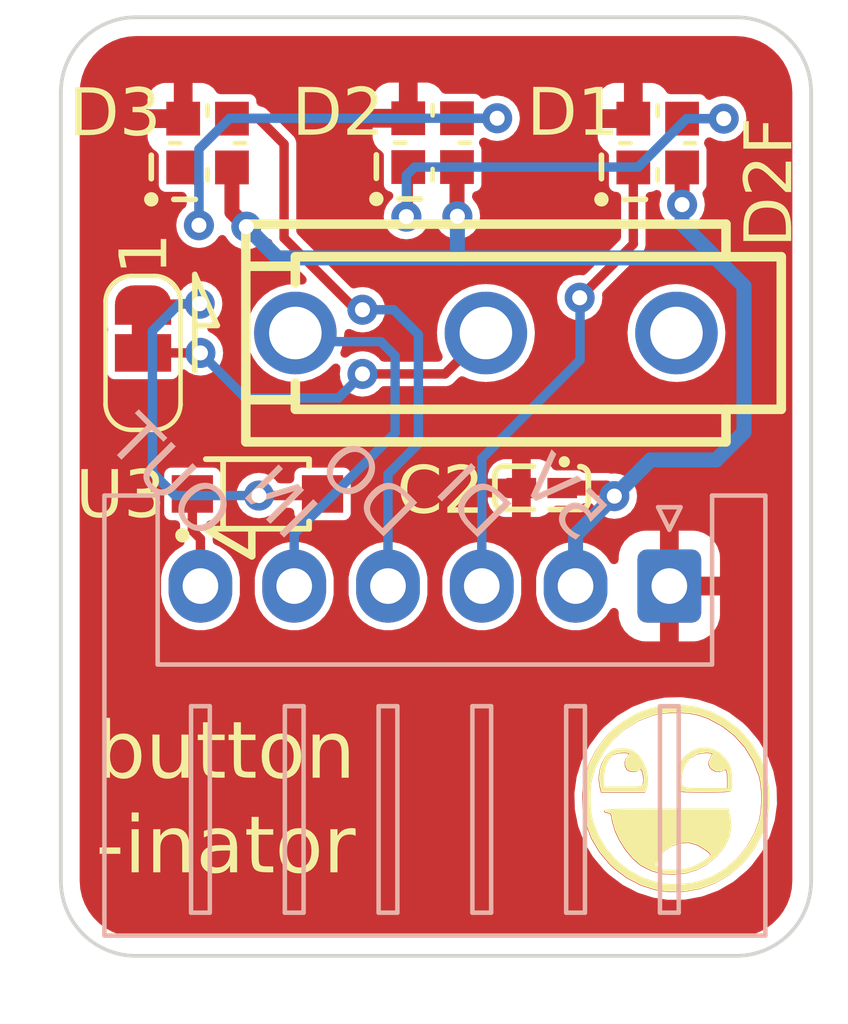
<source format=kicad_pcb>
(kicad_pcb (version 20240108) (generator "pcbnew") (generator_version "8.0")
  (layers (0 "F.Cu" signal) (31 "B.Cu" signal) (34 "B.Paste" user) (35 "F.Paste" user) (36 "B.SilkS" user "B.Silkscreen") (37 "F.SilkS" user "F.Silkscreen") (38 "B.Mask" user) (39 "F.Mask" user) (44 "Edge.Cuts" user))
  (net 0 "")
  (net 1 "VCC")
  (net 2 "GND")
  (net 3 "Net-(D1-DOUT)")
  (net 4 "LED_DO")
  (net 5 "SWITCH-IN")
  (net 6 "LED_DI")
  (net 8 "SWITCH-OUT")
  (net 9 "Net-(D2-DOUT)")
  (net 10 "Net-(JP1-C)")
  (net 11 "Net-(JP1-A)")
  (footprint "ct-kicad:SW-TH_D2F-L" (layer "F.Cu") (at 128.83 90.91)
    (property "Reference" "U1" (hide yes))
    (property "Value" "D2F-L3")
    (fp_line (start -6.4 -2.899975) (end 6.4 -2.9) (stroke (width 0.254)) (layer "F.SilkS"))
    (fp_line (start -6.4 2.899975) (end -6.4 -2.9) (stroke (width 0.254)) (layer "F.SilkS"))
    (fp_line (start -5.08001 -2.032004) (end -5.08001 -1.33114) (stroke (width 0.254)) (layer "F.SilkS"))
    (fp_line (start -5.08001 -1.778004) (end -6.350013 -1.778004) (stroke (width 0.254)) (layer "F.SilkS"))
    (fp_line (start -5.08001 1.33114) (end -5.08001 2.032004) (stroke (width 0.254)) (layer "F.SilkS"))
    (fp_line (start -5.08001 1.778004) (end -6.350013 1.778004) (stroke (width 0.254)) (layer "F.SilkS"))
    (fp_line (start -5.08001 2.032004) (end 7.874016 2.032004) (stroke (width 0.254)) (layer "F.SilkS"))
    (fp_line (start 6.4 -2.9) (end 6.4 -2.032004) (stroke (width 0.254)) (layer "F.SilkS"))
    (fp_line (start 6.4 2.899975) (end -6.4 2.9) (stroke (width 0.254)) (layer "F.SilkS"))
    (fp_line (start 6.4 2.899975) (end 6.4 2.032004) (stroke (width 0.254)) (layer "F.SilkS"))
    (fp_line (start 7.874016 -2.032004) (end -5.08001 -2.032004) (stroke (width 0.254)) (layer "F.SilkS"))
    (fp_line (start 7.874016 2.032004) (end 7.874016 -2.032004) (stroke (width 0.254)) (layer "F.SilkS"))
    (fp_circle (center -6.400051 2.890018) (end -6.370079 2.890018) (stroke (width 0.059995)) (fill none) (layer "F.SilkS"))
    (pad "1" thru_hole circle (at -5.08001 0) (size 2.2 2.2) (drill 1.4) (layers "*.Cu" "*.Mask") (net 5 "SWITCH-IN"))
    (pad "2" thru_hole circle (at 0 0) (size 2.2 2.2) (drill 1.4) (layers "*.Cu" "*.Mask") (net 10 "Net-(JP1-C)"))
    (pad "3" thru_hole circle (at 5.08001 0) (size 2.2 2.2) (drill 1.4) (layers "*.Cu" "*.Mask"))
  )
  (footprint "ct-kicad:awesome-logo" (layer "F.Cu") (at 133.89 103.31)
    (property "Reference" "LOGO2" (hide yes))
    (property "Value" "**REF" (hide yes))
    (fp_poly (pts (xy -1.172119 -1.286262) (xy -1.123842 -1.26186) (xy -0.983301 -1.139644) (xy -0.868064 -0.964072) (xy -0.786073 -0.757991) (xy -0.74527 -0.544247) (xy -0.753597 -0.345685) (xy -0.776871 -0.26377) (xy -0.818681 -0.156308) (xy -1.404296 -0.156308) (xy -1.989911 -0.156308) (xy -2.032 -0.312616) (xy -1.91477 -0.312616) (xy -1.409403 -0.312616) (xy -1.201949 -0.313376) (xy -1.059492 -0.316974) (xy -0.968881 -0.325389) (xy -0.916961 -0.340598) (xy -0.890583 -0.364578) (xy -0.878708 -0.392418) (xy -0.868546 -0.482568) (xy -0.875885 -0.602839) (xy -0.87951 -0.626879) (xy -0.909899 -0.740271) (xy -0.94901 -0.780816) (xy -0.994254 -0.745956) (xy -0.996462 -0.742462) (xy -1.056362 -0.709544) (xy -1.152956 -0.706397) (xy -1.25175 -0.730533) (xy -1.306286 -0.764792) (xy -1.355516 -0.857459) (xy -1.363826 -0.971538) (xy -1.330903 -1.069896) (xy -1.309077 -1.094154) (xy -1.259954 -1.150564) (xy -1.250462 -1.177093) (xy -1.284176 -1.202654) (xy -1.368238 -1.211492) (xy -1.477029 -1.205241) (xy -1.584931 -1.185534) (xy -1.666325 -1.154008) (xy -1.672136 -1.150187) (xy -1.789847 -1.023584) (xy -1.872266 -0.841962) (xy -1.912164 -0.623245) (xy -1.91477 -0.548634) (xy -1.91477 -0.312616) (xy -2.032 -0.312616) (xy -2.034522 -0.321981) (xy -2.060266 -0.530834) (xy -2.036133 -0.749883) (xy -1.969037 -0.958189) (xy -1.865891 -1.13481) (xy -1.73361 -1.258809) (xy -1.723124 -1.26516) (xy -1.551091 -1.325554) (xy -1.356115 -1.332526)) (fill solid) (layer "F.Cu"))
    (fp_poly (pts (xy 0.989189 -1.3126) (xy 1.172061 -1.212609) (xy 1.334333 -1.049736) (xy 1.428906 -0.89877) (xy 1.463661 -0.792686) (xy 1.487705 -0.646083) (xy 1.499525 -0.485448) (xy 1.497608 -0.337271) (xy 1.480442 -0.228038) (xy 1.468761 -0.200849) (xy 1.422835 -0.182316) (xy 1.309147 -0.168887) (xy 1.124621 -0.160366) (xy 0.866181 -0.156562) (xy 0.762 -0.156308) (xy 0.477982 -0.158569) (xy 0.268914 -0.165479) (xy 0.131721 -0.177234) (xy 0.063324 -0.194028) (xy 0.055238 -0.200849) (xy 0.040885 -0.260789) (xy 0.03044 -0.373577) (xy 0.026942 -0.484865) (xy 0.154853 -0.484865) (xy 0.156156 -0.395985) (xy 0.179254 -0.336291) (xy 0.234787 -0.299988) (xy 0.333395 -0.281284) (xy 0.485717 -0.274385) (xy 0.702394 -0.273499) (xy 0.780312 -0.273539) (xy 1.367692 -0.273539) (xy 1.367692 -0.501488) (xy 1.362353 -0.65648) (xy 1.344209 -0.741411) (xy 1.310066 -0.763782) (xy 1.266378 -0.739457) (xy 1.169724 -0.704079) (xy 1.052506 -0.717898) (xy 0.947566 -0.773052) (xy 0.901827 -0.826747) (xy 0.865476 -0.912427) (xy 0.875182 -0.98813) (xy 0.899354 -1.04167) (xy 0.94257 -1.128359) (xy 0.969036 -1.181831) (xy 0.969156 -1.182077) (xy 0.942695 -1.198775) (xy 0.859384 -1.209389) (xy 0.790573 -1.211385) (xy 0.574368 -1.176314) (xy 0.394938 -1.076653) (xy 0.260928 -0.920727) (xy 0.180986 -0.716863) (xy 0.164704 -0.608724) (xy 0.154853 -0.484865) (xy 0.026942 -0.484865) (xy 0.02635 -0.503695) (xy 0.055396 -0.759927) (xy 0.13835 -0.974265) (xy 0.264568 -1.14371) (xy 0.423404 -1.265264) (xy 0.604216 -1.335929) (xy 0.796359 -1.352707)) (fill solid) (layer "F.Cu"))
    (fp_poly (pts (xy 1.446746 0.472674) (xy 1.478057 0.757665) (xy 1.432642 1.029649) (xy 1.311009 1.287564) (xy 1.113667 1.530353) (xy 0.841124 1.756957) (xy 0.824491 1.768563) (xy 0.566913 1.905538) (xy 0.27199 1.99425) (xy -0.03832 2.03211) (xy -0.342057 2.016529) (xy -0.617265 1.944918) (xy -0.629434 1.940005) (xy -0.771326 1.875701) (xy -0.901594 1.806861) (xy -0.964012 1.767655) (xy -0.977628 1.755656) (xy -0.5165 1.755656) (xy -0.507552 1.823446) (xy -0.45598 1.868924) (xy -0.35256 1.894787) (xy -0.188068 1.903735) (xy -0.019539 1.900982) (xy 0.165536 1.888992) (xy 0.310407 1.861528) (xy 0.452768 1.80944) (xy 0.554678 1.761566) (xy 0.692219 1.688688) (xy 0.807591 1.618433) (xy 0.877144 1.56528) (xy 0.879581 1.562689) (xy 0.914144 1.514745) (xy 0.905325 1.473856) (xy 0.844214 1.417803) (xy 0.811261 1.392349) (xy 0.57836 1.249346) (xy 0.351089 1.182702) (xy 0.122874 1.191579) (xy -0.112183 1.274802) (xy -0.286278 1.389793) (xy -0.421602 1.53472) (xy -0.502499 1.690967) (xy -0.5165 1.755656) (xy -0.977628 1.755656) (xy -1.1613 1.593798) (xy -1.347009 1.369482) (xy -1.507639 1.116392) (xy -1.629689 0.856216) (xy -1.699658 0.610639) (xy -1.70461 0.578053) (xy -1.724539 0.464188) (xy -1.752923 0.408569) (xy -1.80219 0.391389) (xy -1.822112 0.390769) (xy -1.8969 0.369459) (xy -1.91477 0.332153) (xy -1.907019 0.317738) (xy -1.879329 0.305852) (xy -1.825042 0.29626) (xy -1.7375 0.288726) (xy -1.610045 0.283014) (xy -1.436019 0.27889) (xy -1.208764 0.276117) (xy -0.921623 0.27446) (xy -0.567937 0.273684) (xy -0.257898 0.273538) (xy 1.398974 0.273538)) (fill solid) (layer "F.Cu"))
    (fp_poly (pts (xy 0.537852 -2.438962) (xy 0.930912 -2.315376) (xy 1.304428 -2.124188) (xy 1.650008 -1.865398) (xy 1.760829 -1.76083) (xy 2.042857 -1.426792) (xy 2.257282 -1.061932) (xy 2.404105 -0.674643) (xy 2.483326 -0.27332) (xy 2.494945 0.133643) (xy 2.438961 0.537852) (xy 2.315375 0.930912) (xy 2.124187 1.304428) (xy 1.865397 1.650008) (xy 1.760829 1.760829) (xy 1.424736 2.04365) (xy 1.051997 2.26061) (xy 0.651212 2.409167) (xy 0.230983 2.48678) (xy -0.200092 2.490906) (xy -0.540497 2.441004) (xy -0.929452 2.31819) (xy -1.301898 2.125579) (xy -1.642866 1.871515) (xy -1.76083 1.760829) (xy -2.042858 1.426791) (xy -2.257283 1.061931) (xy -2.404106 0.674642) (xy -2.483327 0.273319) (xy -2.493915 -0.097577) (xy -2.278606 -0.097577) (xy -2.274567 0.188404) (xy -2.245304 0.453517) (xy -2.211012 0.605692) (xy -2.057055 0.998209) (xy -1.840748 1.351175) (xy -1.569461 1.658055) (xy -1.250559 1.912316) (xy -0.891412 2.107423) (xy -0.499386 2.236842) (xy -0.33598 2.268603) (xy -0.102895 2.286296) (xy 0.1663 2.277424) (xy 0.435172 2.244488) (xy 0.62523 2.202585) (xy 1.001069 2.057452) (xy 1.345058 1.846089) (xy 1.648994 1.576757) (xy 1.904673 1.257716) (xy 2.103894 0.897227) (xy 2.211011 0.605692) (xy 2.25742 0.372813) (xy 2.278605 0.097576) (xy 2.274566 -0.188405) (xy 2.245303 -0.453518) (xy 2.211011 -0.605693) (xy 2.055451 -1.001304) (xy 1.835706 -1.357418) (xy 1.558575 -1.667234) (xy 1.23086 -1.923952) (xy 0.859359 -2.120772) (xy 0.605692 -2.211012) (xy 0.372813 -2.257421) (xy 0.097576 -2.278606) (xy -0.188405 -2.274567) (xy -0.453518 -2.245304) (xy -0.605693 -2.211012) (xy -1.001304 -2.055452) (xy -1.357418 -1.835707) (xy -1.667234 -1.558576) (xy -1.923952 -1.230861) (xy -2.120772 -0.85936) (xy -2.211012 -0.605693) (xy -2.257421 -0.372814) (xy -2.278606 -0.097577) (xy -2.493915 -0.097577) (xy -2.494945 -0.133644) (xy -2.438962 -0.537853) (xy -2.315376 -0.930912) (xy -2.124188 -1.304429) (xy -1.865398 -1.650009) (xy -1.76083 -1.76083) (xy -1.426792 -2.042858) (xy -1.061932 -2.257283) (xy -0.674643 -2.404106) (xy -0.27332 -2.483327) (xy 0.133643 -2.494945)) (fill solid) (layer "F.Cu"))
  )
  (footprint "ct-kicad:awesome-logo" (layer "F.Cu") (at 133.9 103.3)
    (property "Reference" "LOGO1" (hide yes))
    (property "Value" "**REF" (hide yes))
    (fp_poly (pts (xy -1.172119 -1.286262) (xy -1.123842 -1.26186) (xy -0.983301 -1.139644) (xy -0.868064 -0.964072) (xy -0.786073 -0.757991) (xy -0.74527 -0.544247) (xy -0.753597 -0.345685) (xy -0.776871 -0.26377) (xy -0.818681 -0.156308) (xy -1.404296 -0.156308) (xy -1.989911 -0.156308) (xy -2.032 -0.312616) (xy -1.91477 -0.312616) (xy -1.409403 -0.312616) (xy -1.201949 -0.313376) (xy -1.059492 -0.316974) (xy -0.968881 -0.325389) (xy -0.916961 -0.340598) (xy -0.890583 -0.364578) (xy -0.878708 -0.392418) (xy -0.868546 -0.482568) (xy -0.875885 -0.602839) (xy -0.87951 -0.626879) (xy -0.909899 -0.740271) (xy -0.94901 -0.780816) (xy -0.994254 -0.745956) (xy -0.996462 -0.742462) (xy -1.056362 -0.709544) (xy -1.152956 -0.706397) (xy -1.25175 -0.730533) (xy -1.306286 -0.764792) (xy -1.355516 -0.857459) (xy -1.363826 -0.971538) (xy -1.330903 -1.069896) (xy -1.309077 -1.094154) (xy -1.259954 -1.150564) (xy -1.250462 -1.177093) (xy -1.284176 -1.202654) (xy -1.368238 -1.211492) (xy -1.477029 -1.205241) (xy -1.584931 -1.185534) (xy -1.666325 -1.154008) (xy -1.672136 -1.150187) (xy -1.789847 -1.023584) (xy -1.872266 -0.841962) (xy -1.912164 -0.623245) (xy -1.91477 -0.548634) (xy -1.91477 -0.312616) (xy -2.032 -0.312616) (xy -2.034522 -0.321981) (xy -2.060266 -0.530834) (xy -2.036133 -0.749883) (xy -1.969037 -0.958189) (xy -1.865891 -1.13481) (xy -1.73361 -1.258809) (xy -1.723124 -1.26516) (xy -1.551091 -1.325554) (xy -1.356115 -1.332526)) (fill solid) (layer "F.SilkS"))
    (fp_poly (pts (xy 0.989189 -1.3126) (xy 1.172061 -1.212609) (xy 1.334333 -1.049736) (xy 1.428906 -0.89877) (xy 1.463661 -0.792686) (xy 1.487705 -0.646083) (xy 1.499525 -0.485448) (xy 1.497608 -0.337271) (xy 1.480442 -0.228038) (xy 1.468761 -0.200849) (xy 1.422835 -0.182316) (xy 1.309147 -0.168887) (xy 1.124621 -0.160366) (xy 0.866181 -0.156562) (xy 0.762 -0.156308) (xy 0.477982 -0.158569) (xy 0.268914 -0.165479) (xy 0.131721 -0.177234) (xy 0.063324 -0.194028) (xy 0.055238 -0.200849) (xy 0.040885 -0.260789) (xy 0.03044 -0.373577) (xy 0.026942 -0.484865) (xy 0.154853 -0.484865) (xy 0.156156 -0.395985) (xy 0.179254 -0.336291) (xy 0.234787 -0.299988) (xy 0.333395 -0.281284) (xy 0.485717 -0.274385) (xy 0.702394 -0.273499) (xy 0.780312 -0.273539) (xy 1.367692 -0.273539) (xy 1.367692 -0.501488) (xy 1.362353 -0.65648) (xy 1.344209 -0.741411) (xy 1.310066 -0.763782) (xy 1.266378 -0.739457) (xy 1.169724 -0.704079) (xy 1.052506 -0.717898) (xy 0.947566 -0.773052) (xy 0.901827 -0.826747) (xy 0.865476 -0.912427) (xy 0.875182 -0.98813) (xy 0.899354 -1.04167) (xy 0.94257 -1.128359) (xy 0.969036 -1.181831) (xy 0.969156 -1.182077) (xy 0.942695 -1.198775) (xy 0.859384 -1.209389) (xy 0.790573 -1.211385) (xy 0.574368 -1.176314) (xy 0.394938 -1.076653) (xy 0.260928 -0.920727) (xy 0.180986 -0.716863) (xy 0.164704 -0.608724) (xy 0.154853 -0.484865) (xy 0.026942 -0.484865) (xy 0.02635 -0.503695) (xy 0.055396 -0.759927) (xy 0.13835 -0.974265) (xy 0.264568 -1.14371) (xy 0.423404 -1.265264) (xy 0.604216 -1.335929) (xy 0.796359 -1.352707)) (fill solid) (layer "F.SilkS"))
    (fp_poly (pts (xy 1.446746 0.472674) (xy 1.478057 0.757665) (xy 1.432642 1.029649) (xy 1.311009 1.287564) (xy 1.113667 1.530353) (xy 0.841124 1.756957) (xy 0.824491 1.768563) (xy 0.566913 1.905538) (xy 0.27199 1.99425) (xy -0.03832 2.03211) (xy -0.342057 2.016529) (xy -0.617265 1.944918) (xy -0.629434 1.940005) (xy -0.771326 1.875701) (xy -0.901594 1.806861) (xy -0.964012 1.767655) (xy -0.977628 1.755656) (xy -0.5165 1.755656) (xy -0.507552 1.823446) (xy -0.45598 1.868924) (xy -0.35256 1.894787) (xy -0.188068 1.903735) (xy -0.019539 1.900982) (xy 0.165536 1.888992) (xy 0.310407 1.861528) (xy 0.452768 1.80944) (xy 0.554678 1.761566) (xy 0.692219 1.688688) (xy 0.807591 1.618433) (xy 0.877144 1.56528) (xy 0.879581 1.562689) (xy 0.914144 1.514745) (xy 0.905325 1.473856) (xy 0.844214 1.417803) (xy 0.811261 1.392349) (xy 0.57836 1.249346) (xy 0.351089 1.182702) (xy 0.122874 1.191579) (xy -0.112183 1.274802) (xy -0.286278 1.389793) (xy -0.421602 1.53472) (xy -0.502499 1.690967) (xy -0.5165 1.755656) (xy -0.977628 1.755656) (xy -1.1613 1.593798) (xy -1.347009 1.369482) (xy -1.507639 1.116392) (xy -1.629689 0.856216) (xy -1.699658 0.610639) (xy -1.70461 0.578053) (xy -1.724539 0.464188) (xy -1.752923 0.408569) (xy -1.80219 0.391389) (xy -1.822112 0.390769) (xy -1.8969 0.369459) (xy -1.91477 0.332153) (xy -1.907019 0.317738) (xy -1.879329 0.305852) (xy -1.825042 0.29626) (xy -1.7375 0.288726) (xy -1.610045 0.283014) (xy -1.436019 0.27889) (xy -1.208764 0.276117) (xy -0.921623 0.27446) (xy -0.567937 0.273684) (xy -0.257898 0.273538) (xy 1.398974 0.273538)) (fill solid) (layer "F.SilkS"))
    (fp_poly (pts (xy 0.537852 -2.438962) (xy 0.930912 -2.315376) (xy 1.304428 -2.124188) (xy 1.650008 -1.865398) (xy 1.760829 -1.76083) (xy 2.042857 -1.426792) (xy 2.257282 -1.061932) (xy 2.404105 -0.674643) (xy 2.483326 -0.27332) (xy 2.494945 0.133643) (xy 2.438961 0.537852) (xy 2.315375 0.930912) (xy 2.124187 1.304428) (xy 1.865397 1.650008) (xy 1.760829 1.760829) (xy 1.424736 2.04365) (xy 1.051997 2.26061) (xy 0.651212 2.409167) (xy 0.230983 2.48678) (xy -0.200092 2.490906) (xy -0.540497 2.441004) (xy -0.929452 2.31819) (xy -1.301898 2.125579) (xy -1.642866 1.871515) (xy -1.76083 1.760829) (xy -2.042858 1.426791) (xy -2.257283 1.061931) (xy -2.404106 0.674642) (xy -2.483327 0.273319) (xy -2.493915 -0.097577) (xy -2.278606 -0.097577) (xy -2.274567 0.188404) (xy -2.245304 0.453517) (xy -2.211012 0.605692) (xy -2.057055 0.998209) (xy -1.840748 1.351175) (xy -1.569461 1.658055) (xy -1.250559 1.912316) (xy -0.891412 2.107423) (xy -0.499386 2.236842) (xy -0.33598 2.268603) (xy -0.102895 2.286296) (xy 0.1663 2.277424) (xy 0.435172 2.244488) (xy 0.62523 2.202585) (xy 1.001069 2.057452) (xy 1.345058 1.846089) (xy 1.648994 1.576757) (xy 1.904673 1.257716) (xy 2.103894 0.897227) (xy 2.211011 0.605692) (xy 2.25742 0.372813) (xy 2.278605 0.097576) (xy 2.274566 -0.188405) (xy 2.245303 -0.453518) (xy 2.211011 -0.605693) (xy 2.055451 -1.001304) (xy 1.835706 -1.357418) (xy 1.558575 -1.667234) (xy 1.23086 -1.923952) (xy 0.859359 -2.120772) (xy 0.605692 -2.211012) (xy 0.372813 -2.257421) (xy 0.097576 -2.278606) (xy -0.188405 -2.274567) (xy -0.453518 -2.245304) (xy -0.605693 -2.211012) (xy -1.001304 -2.055452) (xy -1.357418 -1.835707) (xy -1.667234 -1.558576) (xy -1.923952 -1.230861) (xy -2.120772 -0.85936) (xy -2.211012 -0.605693) (xy -2.257421 -0.372814) (xy -2.278606 -0.097577) (xy -2.493915 -0.097577) (xy -2.494945 -0.133644) (xy -2.438962 -0.537853) (xy -2.315376 -0.930912) (xy -2.124188 -1.304429) (xy -1.865398 -1.650009) (xy -1.76083 -1.76083) (xy -1.426792 -2.042858) (xy -1.061932 -2.257283) (xy -0.674643 -2.404106) (xy -0.27332 -2.483327) (xy 0.133643 -2.494945)) (fill solid) (layer "F.SilkS"))
  )
  (footprint "ct-kicad:C0402" (layer "F.Cu") (at 130.32 95.04 180)
    (property "Reference" "C2" (at 2.7 -0.14 180) (layer "F.SilkS") (effects (font (size 1.25 1.25))))
    (property "Value" "CL05B104KO5NNNC")
    (fp_line (start 1.250052 0.346203) (end 1.249948 -0.33) (stroke (width 0.1524)) (layer "F.SilkS"))
    (fp_line (start 1.015047 -0.57) (end 0.224953 -0.57) (stroke (width 0.1524)) (layer "F.SilkS"))
    (fp_line (start 0.224953 0.58) (end 1.015047 0.58) (stroke (width 0.1524)) (layer "F.SilkS"))
    (fp_line (start -1.010094 -0.57) (end -0.22 -0.57) (stroke (width 0.1524)) (layer "F.SilkS"))
    (fp_line (start -1.239839 0.346203) (end -1.240161 -0.346203) (stroke (width 0.1524)) (layer "F.SilkS"))
    (fp_arc (start 1.250052 0.346203) (mid 1.181589 0.511486) (end 1.016308 0.579952) (stroke (width 0.1524)) (layer "F.SilkS"))
    (fp_arc (start 1.015501 -0.566869) (mid 1.185493 -0.500663) (end 1.249948 -0.33) (stroke (width 0.1524)) (layer "F.SilkS"))
    (fp_arc (start -1.014854 0.56973) (mid -1.173854 0.504777) (end -1.239839 0.346203) (stroke (width 0.1524)) (layer "F.SilkS"))
    (fp_arc (start -1.240161 -0.346203) (mid -1.172384 -0.506673) (end -1.010095 -0.56997) (stroke (width 0.1524)) (layer "F.SilkS"))
    (fp_circle (center -0.6 0.7) (end -0.5 0.7) (stroke (width 0.1)) (fill solid) (layer "F.SilkS"))
    (pad "1" smd rect (at -0.545085 0 180) (size 0.790094 0.540005) (layers "F.Cu" "F.Paste" "F.Mask") (net 1 "VCC"))
    (pad "2" smd rect (at 0.545085 0 180) (size 0.790094 0.540005) (layers "F.Cu" "F.Paste" "F.Mask") (net 2 "GND"))
  )
  (footprint "ct-kicad:LED_dilemma_SK6805-EC15_1.5x1.5mm_P0.6mm_handsolder" (layer "F.Cu") (at 133.41 85.85)
    (property "Reference" "D1" (at -2.26 -0.74 0) (layer "F.SilkS") (effects (font (size 1.25 1.25))))
    (property "Value" "SK6805-EC15" (hide yes))
    (fp_line (start -1.5 0.95) (end -1.5 0.325) (stroke (width 0.15)) (layer "F.SilkS"))
    (fp_line (start -1 0) (end -0.725 0) (stroke (width 0.12)) (layer "F.SilkS"))
    (fp_line (start -0.325 1.5) (end -0.9 1.5) (stroke (width 0.15)) (layer "F.SilkS"))
    (fp_line (start 0 -0.725) (end 0 -1) (stroke (width 0.12)) (layer "F.SilkS"))
    (fp_line (start 0 1) (end 0 0.7) (stroke (width 0.12)) (layer "F.SilkS"))
    (fp_line (start 0.725 0) (end 1 0) (stroke (width 0.12)) (layer "F.SilkS"))
    (fp_circle (center -1.5 1.5) (end -1.358579 1.5) (stroke (width 0.1)) (fill solid) (layer "F.SilkS"))
    (pad "1" smd rect (at -0.65 0.65) (size 0.9 0.9) (layers "F.Cu" "F.Paste" "F.Mask") (net 6 "LED_DI"))
    (pad "2" smd rect (at 0.65 0.65) (size 0.9 0.9) (layers "F.Cu" "F.Paste" "F.Mask") (net 1 "VCC"))
    (pad "3" smd rect (at 0.65 -0.65) (size 0.9 0.9) (layers "F.Cu" "F.Paste" "F.Mask") (net 3 "Net-(D1-DOUT)"))
    (pad "4" smd rect (at -0.65 -0.65) (size 0.9 0.9) (layers "F.Cu" "F.Paste" "F.Mask") (net 2 "GND"))
  )
  (footprint "ct-kicad:LED_dilemma_SK6805-EC15_1.5x1.5mm_P0.6mm_handsolder" (layer "F.Cu") (at 127.41 85.84)
    (property "Reference" "D2" (at -2.52 -0.73 0) (layer "F.SilkS") (effects (font (size 1.25 1.25))))
    (property "Value" "SK6805-EC15" (hide yes))
    (fp_line (start -1.5 0.95) (end -1.5 0.325) (stroke (width 0.15)) (layer "F.SilkS"))
    (fp_line (start -1 0) (end -0.725 0) (stroke (width 0.12)) (layer "F.SilkS"))
    (fp_line (start -0.325 1.5) (end -0.9 1.5) (stroke (width 0.15)) (layer "F.SilkS"))
    (fp_line (start 0 -0.725) (end 0 -1) (stroke (width 0.12)) (layer "F.SilkS"))
    (fp_line (start 0 1) (end 0 0.7) (stroke (width 0.12)) (layer "F.SilkS"))
    (fp_line (start 0.725 0) (end 1 0) (stroke (width 0.12)) (layer "F.SilkS"))
    (fp_circle (center -1.5 1.5) (end -1.358579 1.5) (stroke (width 0.1)) (fill solid) (layer "F.SilkS"))
    (pad "1" smd rect (at -0.65 0.65) (size 0.9 0.9) (layers "F.Cu" "F.Paste" "F.Mask") (net 3 "Net-(D1-DOUT)"))
    (pad "2" smd rect (at 0.65 0.65) (size 0.9 0.9) (layers "F.Cu" "F.Paste" "F.Mask") (net 1 "VCC"))
    (pad "3" smd rect (at 0.65 -0.65) (size 0.9 0.9) (layers "F.Cu" "F.Paste" "F.Mask") (net 9 "Net-(D2-DOUT)"))
    (pad "4" smd rect (at -0.65 -0.65) (size 0.9 0.9) (layers "F.Cu" "F.Paste" "F.Mask") (net 2 "GND"))
  )
  (footprint "Jumper:SolderJumper-3_P1.3mm_Bridged12_RoundedPad1.0x1.5mm_NumberLabels" (layer "F.Cu") (at 119.69 91.44 -90)
    (property "Reference" "JP1" (hide yes))
    (property "Value" "SolderJumper_3_Open")
    (fp_poly (pts (xy -0.9 -0.3) (xy -0.4 -0.3) (xy -0.4 0.3) (xy -0.9 0.3)) (fill solid) (layer "F.Cu"))
    (fp_line (start 1.4 1) (end -1.4 1) (stroke (width 0.12)) (layer "F.SilkS"))
    (fp_line (start -2.05 0.3) (end -2.05 -0.3) (stroke (width 0.12)) (layer "F.SilkS"))
    (fp_line (start 2.05 -0.3) (end 2.05 0.3) (stroke (width 0.12)) (layer "F.SilkS"))
    (fp_line (start -1.4 -1) (end 1.4 -1) (stroke (width 0.12)) (layer "F.SilkS"))
    (fp_arc (start -1.35 1) (mid -1.844975 0.794975) (end -2.05 0.3) (stroke (width 0.12)) (layer "F.SilkS"))
    (fp_arc (start 2.05 0.3) (mid 1.844975 0.794975) (end 1.35 1) (stroke (width 0.12)) (layer "F.SilkS"))
    (fp_arc (start -2.05 -0.3) (mid -1.844975 -0.794975) (end -1.35 -1) (stroke (width 0.12)) (layer "F.SilkS"))
    (fp_arc (start 1.35 -1) (mid 1.844975 -0.794975) (end 2.05 -0.3) (stroke (width 0.12)) (layer "F.SilkS"))
    (fp_text user "1" (at -2.64 -0.1 270) (layer "F.SilkS") (effects (font (size 1.25 1.25))))
    (pad "1" smd custom (at -1.3 0 270) (size 1 0.5) (layers "F.Cu" "F.Mask") (net 11 "Net-(JP1-A)") (options (clearance outline) (anchor rect)) (primitives (gr_poly (pts (xy 0.55 0.75) (xy 0 0.75) (xy 0 -0.75) (xy 0.55 -0.75)) (width 0) (fill yes)) (gr_circle (center 0 0.25) (end 0.5 0.25) (width 0) (fill yes)) (gr_circle (center 0 -0.25) (end 0.5 -0.25) (width 0) (fill yes))))
    (pad "2" smd rect (at 0 0 270) (size 1 1.5) (layers "F.Cu" "F.Mask") (net 10 "Net-(JP1-C)"))
    (pad "3" smd custom (at 1.3 0 270) (size 1 0.5) (layers "F.Cu" "F.Mask") (net 2 "GND") (options (clearance outline) (anchor rect)) (primitives (gr_circle (center 0 0.25) (end 0.5 0.25) (width 0) (fill yes)) (gr_circle (center 0 -0.25) (end 0.5 -0.25) (width 0) (fill yes)) (gr_poly (pts (xy 0 0.75) (xy -0.55 0.75) (xy -0.55 -0.75) (xy 0 -0.75)) (width 0) (fill yes))))
  )
  (footprint "ct-kicad:SOD-123F_L2.7-W1.6-LS3.8-RD" (layer "F.Cu") (at 122.74 95.196169)
    (property "Reference" "U3" (at -3.65 0.093831 360) (layer "F.SilkS") (effects (font (size 1.25 1.25))))
    (property "Value" "1N4148W_C81598")
    (fp_line (start -1.376175 -0.926137) (end 1.376276 -0.926137) (stroke (width 0.1524)) (layer "F.SilkS"))
    (fp_line (start -1.376175 0.92634) (end 1.376276 0.92634) (stroke (width 0.1524)) (layer "F.SilkS"))
    (fp_line (start -1.35 0.95) (end -0.15 1.65) (stroke (width 0.2)) (layer "F.SilkS"))
    (fp_line (start -0.916739 -0.876124) (end -0.916739 0.876327) (stroke (width 0.1524)) (layer "F.SilkS"))
    (fp_line (start -0.15 1.65) (end -0.15 0.95) (stroke (width 0.2)) (layer "F.SilkS"))
    (fp_line (start 1.376276 -0.926137) (end 1.376276 -0.733096) (stroke (width 0.1524)) (layer "F.SilkS"))
    (fp_line (start 1.376276 0.92634) (end 1.376276 0.733299) (stroke (width 0.1524)) (layer "F.SilkS"))
    (fp_circle (center -2 1.1) (end -1.858579 1.1) (stroke (width 0.1)) (fill solid) (layer "F.SilkS"))
    (pad "1" smd rect (at -1.73495 0) (size 1.1 1) (layers "F.Cu" "F.Paste" "F.Mask") (net 8 "SWITCH-OUT"))
    (pad "2" smd rect (at 1.73495 0) (size 1.1 1) (layers "F.Cu" "F.Paste" "F.Mask") (net 11 "Net-(JP1-A)"))
  )
  (footprint "ct-kicad:LED_dilemma_SK6805-EC15_1.5x1.5mm_P0.6mm_handsolder" (layer "F.Cu") (at 121.41 85.85)
    (property "Reference" "D3" (at -2.47 -0.73 0) (layer "F.SilkS") (effects (font (size 1.25 1.25))))
    (property "Value" "SK6805-EC15" (hide yes))
    (fp_line (start -1.5 0.95) (end -1.5 0.325) (stroke (width 0.15)) (layer "F.SilkS"))
    (fp_line (start -1 0) (end -0.725 0) (stroke (width 0.12)) (layer "F.SilkS"))
    (fp_line (start -0.325 1.5) (end -0.9 1.5) (stroke (width 0.15)) (layer "F.SilkS"))
    (fp_line (start 0 -0.725) (end 0 -1) (stroke (width 0.12)) (layer "F.SilkS"))
    (fp_line (start 0 1) (end 0 0.7) (stroke (width 0.12)) (layer "F.SilkS"))
    (fp_line (start 0.725 0) (end 1 0) (stroke (width 0.12)) (layer "F.SilkS"))
    (fp_circle (center -1.5 1.5) (end -1.358579 1.5) (stroke (width 0.1)) (fill solid) (layer "F.SilkS"))
    (pad "1" smd rect (at -0.65 0.65) (size 0.9 0.9) (layers "F.Cu" "F.Paste" "F.Mask") (net 9 "Net-(D2-DOUT)"))
    (pad "2" smd rect (at 0.65 0.65) (size 0.9 0.9) (layers "F.Cu" "F.Paste" "F.Mask") (net 1 "VCC"))
    (pad "3" smd rect (at 0.65 -0.65) (size 0.9 0.9) (layers "F.Cu" "F.Paste" "F.Mask") (net 4 "LED_DO"))
    (pad "4" smd rect (at -0.65 -0.65) (size 0.9 0.9) (layers "F.Cu" "F.Paste" "F.Mask") (net 2 "GND"))
  )
  (footprint "Connector_JST:JST_XH_S6B-XH-A_1x06_P2.50mm_Horizontal" (layer "B.Cu") (at 133.72 97.65 180)
    (property "Reference" "J1" (hide yes))
    (property "Value" "Conn_01x06_Socket")
    (fp_line (start 15.06 2.41) (end 15.06 -9.31) (stroke (width 0.12)) (layer "B.SilkS"))
    (fp_line (start 15.06 -9.31) (end 6.25 -9.31) (stroke (width 0.12)) (layer "B.SilkS"))
    (fp_line (start 13.64 2.41) (end 15.06 2.41) (stroke (width 0.12)) (layer "B.SilkS"))
    (fp_line (start 13.64 -2.09) (end 13.64 2.41) (stroke (width 0.12)) (layer "B.SilkS"))
    (fp_line (start 12.75 -3.2) (end 12.75 -8.7) (stroke (width 0.12)) (layer "B.SilkS"))
    (fp_line (start 12.75 -8.7) (end 12.25 -8.7) (stroke (width 0.12)) (layer "B.SilkS"))
    (fp_line (start 12.25 -3.2) (end 12.75 -3.2) (stroke (width 0.12)) (layer "B.SilkS"))
    (fp_line (start 12.25 -8.7) (end 12.25 -3.2) (stroke (width 0.12)) (layer "B.SilkS"))
    (fp_line (start 10.25 -3.2) (end 10.25 -8.7) (stroke (width 0.12)) (layer "B.SilkS"))
    (fp_line (start 10.25 -8.7) (end 9.75 -8.7) (stroke (width 0.12)) (layer "B.SilkS"))
    (fp_line (start 9.75 -3.2) (end 10.25 -3.2) (stroke (width 0.12)) (layer "B.SilkS"))
    (fp_line (start 9.75 -8.7) (end 9.75 -3.2) (stroke (width 0.12)) (layer "B.SilkS"))
    (fp_line (start 7.75 -3.2) (end 7.75 -8.7) (stroke (width 0.12)) (layer "B.SilkS"))
    (fp_line (start 7.75 -8.7) (end 7.25 -8.7) (stroke (width 0.12)) (layer "B.SilkS"))
    (fp_line (start 7.25 -3.2) (end 7.75 -3.2) (stroke (width 0.12)) (layer "B.SilkS"))
    (fp_line (start 7.25 -8.7) (end 7.25 -3.2) (stroke (width 0.12)) (layer "B.SilkS"))
    (fp_line (start 6.25 -2.09) (end 13.64 -2.09) (stroke (width 0.12)) (layer "B.SilkS"))
    (fp_line (start 6.25 -2.09) (end -1.14 -2.09) (stroke (width 0.12)) (layer "B.SilkS"))
    (fp_line (start 5.25 -3.2) (end 5.25 -8.7) (stroke (width 0.12)) (layer "B.SilkS"))
    (fp_line (start 5.25 -8.7) (end 4.75 -8.7) (stroke (width 0.12)) (layer "B.SilkS"))
    (fp_line (start 4.75 -3.2) (end 5.25 -3.2) (stroke (width 0.12)) (layer "B.SilkS"))
    (fp_line (start 4.75 -8.7) (end 4.75 -3.2) (stroke (width 0.12)) (layer "B.SilkS"))
    (fp_line (start 2.75 -3.2) (end 2.75 -8.7) (stroke (width 0.12)) (layer "B.SilkS"))
    (fp_line (start 2.75 -8.7) (end 2.25 -8.7) (stroke (width 0.12)) (layer "B.SilkS"))
    (fp_line (start 2.25 -3.2) (end 2.75 -3.2) (stroke (width 0.12)) (layer "B.SilkS"))
    (fp_line (start 2.25 -8.7) (end 2.25 -3.2) (stroke (width 0.12)) (layer "B.SilkS"))
    (fp_line (start 0.3 2.1) (end -0.3 2.1) (stroke (width 0.12)) (layer "B.SilkS"))
    (fp_line (start 0.25 -3.2) (end 0.25 -8.7) (stroke (width 0.12)) (layer "B.SilkS"))
    (fp_line (start 0.25 -8.7) (end -0.25 -8.7) (stroke (width 0.12)) (layer "B.SilkS"))
    (fp_line (start 0 1.5) (end 0.3 2.1) (stroke (width 0.12)) (layer "B.SilkS"))
    (fp_line (start -0.25 -3.2) (end 0.25 -3.2) (stroke (width 0.12)) (layer "B.SilkS"))
    (fp_line (start -0.25 -8.7) (end -0.25 -3.2) (stroke (width 0.12)) (layer "B.SilkS"))
    (fp_line (start -0.3 2.1) (end 0 1.5) (stroke (width 0.12)) (layer "B.SilkS"))
    (fp_line (start -1.14 2.41) (end -2.56 2.41) (stroke (width 0.12)) (layer "B.SilkS"))
    (fp_line (start -1.14 -2.09) (end -1.14 2.41) (stroke (width 0.12)) (layer "B.SilkS"))
    (fp_line (start -2.56 2.41) (end -2.56 -9.31) (stroke (width 0.12)) (layer "B.SilkS"))
    (fp_line (start -2.56 -9.31) (end 6.25 -9.31) (stroke (width 0.12)) (layer "B.SilkS"))
    (pad "1" thru_hole roundrect (at 0 0 180) (size 1.7 1.95) (drill 0.95) (layers "*.Cu" "*.Mask") (roundrect_rratio 0.1470588235) (net 2 "GND"))
    (pad "2" thru_hole oval (at 2.5 0 180) (size 1.7 1.95) (drill 0.95) (layers "*.Cu" "*.Mask") (net 1 "VCC"))
    (pad "3" thru_hole oval (at 5 0 180) (size 1.7 1.95) (drill 0.95) (layers "*.Cu" "*.Mask") (net 6 "LED_DI"))
    (pad "4" thru_hole oval (at 7.5 0 180) (size 1.7 1.95) (drill 0.95) (layers "*.Cu" "*.Mask") (net 4 "LED_DO"))
    (pad "5" thru_hole oval (at 10 0 180) (size 1.7 1.95) (drill 0.95) (layers "*.Cu" "*.Mask") (net 5 "SWITCH-IN"))
    (pad "6" thru_hole oval (at 12.5 0 180) (size 1.7 1.95) (drill 0.95) (layers "*.Cu" "*.Mask") (net 8 "SWITCH-OUT"))
  )
  (gr_line (start 121.07 91.92) (end 121.07 89.35) (stroke (width 0.15)) (layer "F.SilkS"))
  (gr_line (start 121.67 90.71) (end 121.09 90.71) (stroke (width 0.15)) (layer "F.SilkS"))
  (gr_line (start 121.07 89.35) (end 121.67 90.71) (stroke (width 0.15)) (layer "F.SilkS"))
  (gr_arc (start 135.5 82.5) (mid 136.914214 83.085786) (end 137.5 84.5) (stroke (width 0.1)) (layer "Edge.Cuts"))
  (gr_arc (start 137.5 105.5) (mid 136.914214 106.914214) (end 135.5 107.5) (stroke (width 0.1)) (layer "Edge.Cuts"))
  (gr_line (start 117.5 105.5) (end 117.5 84.5) (stroke (width 0.1)) (layer "Edge.Cuts"))
  (gr_line (start 137.5 84.5) (end 137.5 105.5) (stroke (width 0.1)) (layer "Edge.Cuts"))
  (gr_line (start 135.5 107.5) (end 119.5 107.5) (stroke (width 0.1)) (layer "Edge.Cuts"))
  (gr_arc (start 117.5 84.5) (mid 118.085786 83.085786) (end 119.5 82.5) (stroke (width 0.1)) (layer "Edge.Cuts"))
  (gr_arc (start 119.5 107.5) (mid 118.085786 106.914214) (end 117.5 105.5) (stroke (width 0.1)) (layer "Edge.Cuts"))
  (gr_line (start 119.5 82.5) (end 135.5 82.5) (stroke (width 0.1)) (layer "Edge.Cuts"))
  (gr_text "OUT" (at 121.16 96.63 315) (layer "B.SilkS") (effects (font (size 1.25 1.25)) (justify left bottom mirror)))
  (gr_text "DO" (at 126.07 96.6 315) (layer "B.SilkS") (effects (font (size 1.25 1.25)) (justify left bottom mirror)))
  (gr_text "DI" (at 128.58 96.62 315) (layer "B.SilkS") (effects (font (size 1.25 1.25)) (justify left bottom mirror)))
  (gr_text "5V" (at 131.15 96.68 315) (layer "B.SilkS") (effects (font (size 1.25 1.25)) (justify left bottom mirror)))
  (gr_text "IN" (at 123.42 96.63 315) (layer "B.SilkS") (effects (font (size 1.25 1.25)) (justify left bottom mirror)))
  (gr_text "button\n-inator" (at 118.43 105.53 0) (layer "F.SilkS") (effects (font (size 1.5 1.5) (thickness 0.1875)) (justify left bottom)))
  (gr_text "D2F" (at 137.18 88.63 90) (layer "F.SilkS") (effects (font (size 1.25 1.25)) (justify left bottom)))
  (segment (start 132.04 95.04) (end 132.255 95.255) (width 0.4) (layer "F.Cu") (net 1))
  (segment (start 134.06 87.49) (end 134.06 86.5) (width 0.4) (layer "F.Cu") (net 1))
  (segment (start 128.16 86.59) (end 128.06 86.49) (width 0.4) (layer "F.Cu") (net 1))
  (segment (start 130.865085 95.04) (end 132.04 95.04) (width 0.4) (layer "F.Cu") (net 1))
  (segment (start 128.07 87.8) (end 128.06 87.79) (width 0.4) (layer "F.Cu") (net 1))
  (segment (start 122.06 87.693544) (end 122.06 86.5) (width 0.4) (layer "F.Cu") (net 1))
  (segment (start 128.06 87.79) (end 128.06 86.49) (width 0.4) (layer "F.Cu") (net 1))
  (segment (start 122.443228 88.076772) (end 122.06 87.693544) (width 0.4) (layer "F.Cu") (net 1))
  (via (at 134.06 87.49) (size 0.8) (drill 0.4) (layers "F.Cu" "B.Cu") (net 1))
  (via (at 128.07 87.8) (size 0.8) (drill 0.4) (layers "F.Cu" "B.Cu") (net 1))
  (via (at 132.255 95.255) (size 0.8) (drill 0.4) (layers "F.Cu" "B.Cu") (net 1))
  (via (at 122.443228 88.076772) (size 0.8) (drill 0.4) (layers "F.Cu" "B.Cu") (net 1))
  (segment (start 134.06 88.01) (end 135.05 89) (width 0.4) (layer "B.Cu") (net 1))
  (segment (start 131.22 96.29) (end 132.255 95.255) (width 0.4) (layer "B.Cu") (net 1))
  (segment (start 128.07 87.8) (end 128.07 88.81) (width 0.4) (layer "B.Cu") (net 1))
  (segment (start 134.06 87.49) (end 134.06 88.01) (width 0.4) (layer "B.Cu") (net 1))
  (segment (start 131.22 97.65) (end 131.22 96.29) (width 0.4) (layer "B.Cu") (net 1))
  (segment (start 135.71 93.55) (end 134.97 94.29) (width 0.4) (layer "B.Cu") (net 1))
  (segment (start 128.17 88.91) (end 128.16 88.9) (width 0.4) (layer "B.Cu") (net 1))
  (segment (start 134.96 88.91) (end 135.05 89) (width 0.4) (layer "B.Cu") (net 1))
  (segment (start 123.276456 88.91) (end 128.17 88.91) (width 0.4) (layer "B.Cu") (net 1))
  (segment (start 122.443228 88.076772) (end 123.276456 88.91) (width 0.4) (layer "B.Cu") (net 1))
  (segment (start 128.07 88.81) (end 128.16 88.9) (width 0.4) (layer "B.Cu") (net 1))
  (segment (start 128.17 88.91) (end 134.96 88.91) (width 0.4) (layer "B.Cu") (net 1))
  (segment (start 135.05 89) (end 135.71 89.66) (width 0.4) (layer "B.Cu") (net 1))
  (segment (start 134.97 94.29) (end 133.22 94.29) (width 0.4) (layer "B.Cu") (net 1))
  (segment (start 133.22 94.29) (end 132.255 95.255) (width 0.4) (layer "B.Cu") (net 1))
  (segment (start 135.71 89.66) (end 135.71 93.55) (width 0.4) (layer "B.Cu") (net 1))
  (segment (start 126.76 86.49) (end 126.76 87.76) (width 0.25) (layer "F.Cu") (net 3))
  (segment (start 126.76 87.76) (end 126.71 87.81) (width 0.25) (layer "F.Cu") (net 3))
  (segment (start 135.17 85.2) (end 134.06 85.2) (width 0.25) (layer "F.Cu") (net 3))
  (via (at 126.71 87.81) (size 0.8) (drill 0.4) (layers "F.Cu" "B.Cu") (net 3))
  (via (at 135.17 85.2) (size 0.8) (drill 0.4) (layers "F.Cu" "B.Cu") (net 3))
  (segment (start 126.93 86.49) (end 132.89 86.49) (width 0.25) (layer "B.Cu") (net 3))
  (segment (start 134.18 85.2) (end 135.17 85.2) (width 0.25) (layer "B.Cu") (net 3))
  (segment (start 126.71 87.81) (end 126.71 86.71) (width 0.25) (layer "B.Cu") (net 3))
  (segment (start 132.89 86.49) (end 134.18 85.2) (width 0.25) (layer "B.Cu") (net 3))
  (segment (start 126.71 86.71) (end 126.93 86.49) (width 0.25) (layer "B.Cu") (net 3))
  (segment (start 122.77 85.2) (end 122.06 85.2) (width 0.25) (layer "F.Cu") (net 4))
  (segment (start 125.36 90.29) (end 123.45 88.38) (width 0.25) (layer "F.Cu") (net 4))
  (segment (start 123.45 85.88) (end 122.77 85.2) (width 0.25) (layer "F.Cu") (net 4))
  (segment (start 125.54 90.29) (end 125.36 90.29) (width 0.25) (layer "F.Cu") (net 4))
  (segment (start 123.45 88.38) (end 123.45 85.88) (width 0.25) (layer "F.Cu") (net 4))
  (via (at 125.54 90.29) (size 0.8) (drill 0.4) (layers "F.Cu" "B.Cu") (net 4))
  (segment (start 126.37 90.29) (end 127.03 90.95) (width 0.25) (layer "B.Cu") (net 4))
  (segment (start 126.22 94.67) (end 126.22 97.65) (width 0.25) (layer "B.Cu") (net 4))
  (segment (start 127.03 93.86) (end 126.22 94.67) (width 0.25) (layer "B.Cu") (net 4))
  (segment (start 127.03 90.95) (end 127.03 93.86) (width 0.25) (layer "B.Cu") (net 4))
  (segment (start 125.54 90.29) (end 126.37 90.29) (width 0.25) (layer "B.Cu") (net 4))
  (segment (start 126.41 93.57) (end 126.41 91.52) (width 0.25) (layer "B.Cu") (net 5))
  (segment (start 126.41 91.52) (end 126.03 91.14) (width 0.25) (layer "B.Cu") (net 5))
  (segment (start 123.97999 91.14) (end 123.74999 90.91) (width 0.25) (layer "B.Cu") (net 5))
  (segment (start 123.72 96.26) (end 126.41 93.57) (width 0.25) (layer "B.Cu") (net 5))
  (segment (start 126.03 91.14) (end 123.97999 91.14) (width 0.25) (layer "B.Cu") (net 5))
  (segment (start 123.72 97.65) (end 123.72 96.26) (width 0.25) (layer "B.Cu") (net 5))
  (segment (start 131.33 89.97) (end 132.76 88.54) (width 0.25) (layer "F.Cu") (net 6))
  (segment (start 132.76 88.54) (end 132.76 86.5) (width 0.25) (layer "F.Cu") (net 6))
  (via (at 131.33 89.97) (size 0.8) (drill 0.4) (layers "F.Cu" "B.Cu") (net 6))
  (segment (start 131.34 91.63) (end 128.72 94.25) (width 0.25) (layer "B.Cu") (net 6))
  (segment (start 128.72 94.25) (end 128.72 97.65) (width 0.25) (layer "B.Cu") (net 6))
  (segment (start 131.34 89.98) (end 131.34 91.63) (width 0.25) (layer "B.Cu") (net 6))
  (segment (start 131.33 89.97) (end 131.34 89.98) (width 0.25) (layer "B.Cu") (net 6))
  (segment (start 121.00505 96.17505) (end 121.00505 95.196169) (width 0.25) (layer "F.Cu") (net 8))
  (segment (start 121.22 96.39) (end 121.00505 96.17505) (width 0.25) (layer "F.Cu") (net 8))
  (segment (start 121.22 97.65) (end 121.22 96.39) (width 0.25) (layer "F.Cu") (net 8))
  (segment (start 121.22 97.65) (end 120.94 97.37) (width 0.25) (layer "B.Cu") (net 8))
  (segment (start 121.18 88.04) (end 121.18 86.92) (width 0.25) (layer "F.Cu") (net 9))
  (segment (start 121.18 86.92) (end 120.76 86.5) (width 0.25) (layer "F.Cu") (net 9))
  (segment (start 129.13 85.19) (end 128.06 85.19) (width 0.25) (layer "F.Cu") (net 9))
  (via (at 121.18 88.04) (size 0.8) (drill 0.4) (layers "F.Cu" "B.Cu") (net 9))
  (via (at 129.13 85.19) (size 0.8) (drill 0.4) (layers "F.Cu" "B.Cu") (net 9))
  (segment (start 121.18 88.04) (end 121.18 86.01) (width 0.25) (layer "B.Cu") (net 9))
  (segment (start 121.18 86.01) (end 122 85.19) (width 0.25) (layer "B.Cu") (net 9))
  (segment (start 122 85.19) (end 129.13 85.19) (width 0.25) (layer "B.Cu") (net 9))
  (segment (start 125.54 92) (end 127.74 92) (width 0.25) (layer "F.Cu") (net 10))
  (segment (start 127.74 92) (end 128.83 90.91) (width 0.25) (layer "F.Cu") (net 10))
  (segment (start 121.22 91.44) (end 119.69 91.44) (width 0.25) (layer "F.Cu") (net 10))
  (via (at 125.54 92) (size 0.8) (drill 0.4) (layers "F.Cu" "B.Cu") (net 10))
  (via (at 121.22 91.44) (size 0.8) (drill 0.4) (layers "F.Cu" "B.Cu") (net 10))
  (segment (start 122.42 92.64) (end 124.9 92.64) (width 0.25) (layer "B.Cu") (net 10))
  (segment (start 121.22 91.44) (end 122.42 92.64) (width 0.25) (layer "B.Cu") (net 10))
  (segment (start 124.9 92.64) (end 125.54 92) (width 0.25) (layer "B.Cu") (net 10))
  (segment (start 128.83 90.82) (end 128.83 90.91) (width 0.25) (layer "B.Cu") (net 10))
  (segment (start 121.19 90.14) (end 121.2 90.13) (width 0.25) (layer "F.Cu") (net 11))
  (segment (start 124.431119 95.24) (end 124.47495 95.196169) (width 0.25) (layer "F.Cu") (net 11))
  (segment (start 122.78 95.24) (end 124.431119 95.24) (width 0.25) (layer "F.Cu") (net 11))
  (segment (start 119.69 90.14) (end 121.19 90.14) (width 0.25) (layer "F.Cu") (net 11))
  (via (at 121.2 90.13) (size 0.8) (drill 0.4) (layers "F.Cu" "B.Cu") (net 11))
  (via (at 122.78 95.24) (size 0.8) (drill 0.4) (layers "F.Cu" "B.Cu") (net 11))
  (segment (start 120.55 95.24) (end 122.78 95.24) (width 0.25) (layer "B.Cu") (net 11))
  (segment (start 121.2 90.13) (end 120.66 90.13) (width 0.25) (layer "B.Cu") (net 11))
  (segment (start 119.94 90.85) (end 119.94 94.63) (width 0.25) (layer "B.Cu") (net 11))
  (segment (start 119.94 94.63) (end 120.55 95.24) (width 0.25) (layer "B.Cu") (net 11))
  (segment (start 120.66 90.13) (end 119.94 90.85) (width 0.25) (layer "B.Cu") (net 11))
  (zone (net 2) (net_name "GND") (layer "F.Cu") (connect_pads (clearance 0)) (min_thickness 0.25) (fill yes (thermal_gap 0.5) (thermal_bridge_width 0.5))
    (polygon (pts (xy 116.98 82.04) (xy 138.47 82.05) (xy 138.5 109.32) (xy 116.27 109.12)))
  )
)
</source>
